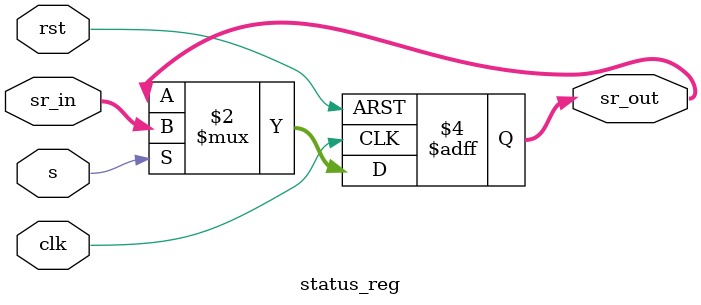
<source format=v>
module status_reg (
    input wire clk,
    input wire rst,
    input wire s,
    input wire [3:0] sr_in,
    output reg [3:0] sr_out
);
    // sr[3:0] = n, z, c, v
    always @(negedge clk or posedge rst) begin
        if (rst) begin
            sr_out <= 4'b0;
        end else begin
            if (s) begin
                sr_out <= sr_in;
            end
        end
    end
endmodule
</source>
